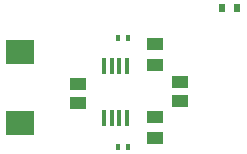
<source format=gtp>
G04*
G04 #@! TF.GenerationSoftware,Altium Limited,Altium Designer,22.5.1 (42)*
G04*
G04 Layer_Color=8421504*
%FSLAX25Y25*%
%MOIN*%
G70*
G04*
G04 #@! TF.SameCoordinates,11F32A4F-6B9E-4148-B8DF-231AA1DA3EC5*
G04*
G04*
G04 #@! TF.FilePolarity,Positive*
G04*
G01*
G75*
%ADD12R,0.01772X0.05709*%
%ADD13R,0.01575X0.01968*%
%ADD14R,0.09173X0.07835*%
%ADD15R,0.05787X0.04016*%
%ADD16R,0.02362X0.03150*%
%ADD17R,0.05315X0.03937*%
D12*
X46839Y51760D02*
D03*
X44280D02*
D03*
X41721D02*
D03*
X39161D02*
D03*
Y34240D02*
D03*
X41721D02*
D03*
X44280D02*
D03*
X46839D02*
D03*
D13*
X47075Y24500D02*
D03*
X43925D02*
D03*
Y61000D02*
D03*
X47075D02*
D03*
D14*
X11000Y56350D02*
D03*
Y32650D02*
D03*
D15*
X30500Y39350D02*
D03*
Y45650D02*
D03*
X64500Y39850D02*
D03*
Y46150D02*
D03*
D16*
X78441Y71000D02*
D03*
X83559D02*
D03*
D17*
X56000Y59043D02*
D03*
Y51957D02*
D03*
Y27457D02*
D03*
Y34543D02*
D03*
M02*

</source>
